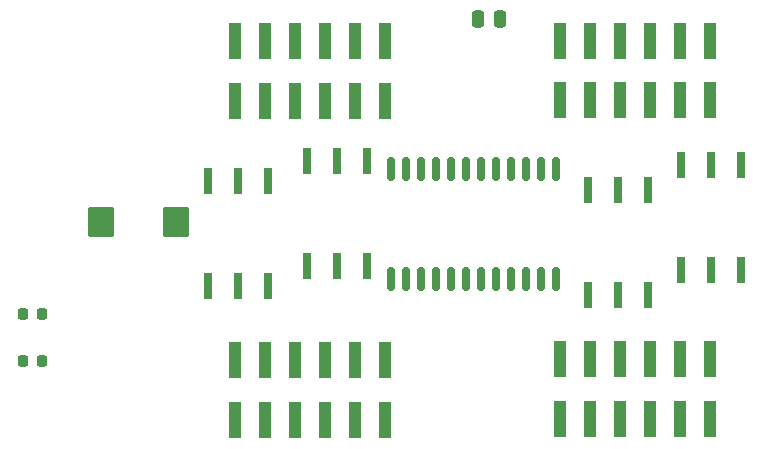
<source format=gbr>
%TF.GenerationSoftware,KiCad,Pcbnew,7.0.7*%
%TF.CreationDate,2024-12-12T20:18:20-05:00*%
%TF.ProjectId,design-files_CB,64657369-676e-42d6-9669-6c65735f4342,rev?*%
%TF.SameCoordinates,Original*%
%TF.FileFunction,Paste,Top*%
%TF.FilePolarity,Positive*%
%FSLAX46Y46*%
G04 Gerber Fmt 4.6, Leading zero omitted, Abs format (unit mm)*
G04 Created by KiCad (PCBNEW 7.0.7) date 2024-12-12 20:18:20*
%MOMM*%
%LPD*%
G01*
G04 APERTURE LIST*
G04 Aperture macros list*
%AMRoundRect*
0 Rectangle with rounded corners*
0 $1 Rounding radius*
0 $2 $3 $4 $5 $6 $7 $8 $9 X,Y pos of 4 corners*
0 Add a 4 corners polygon primitive as box body*
4,1,4,$2,$3,$4,$5,$6,$7,$8,$9,$2,$3,0*
0 Add four circle primitives for the rounded corners*
1,1,$1+$1,$2,$3*
1,1,$1+$1,$4,$5*
1,1,$1+$1,$6,$7*
1,1,$1+$1,$8,$9*
0 Add four rect primitives between the rounded corners*
20,1,$1+$1,$2,$3,$4,$5,0*
20,1,$1+$1,$4,$5,$6,$7,0*
20,1,$1+$1,$6,$7,$8,$9,0*
20,1,$1+$1,$8,$9,$2,$3,0*%
G04 Aperture macros list end*
%ADD10RoundRect,0.250000X0.250000X0.475000X-0.250000X0.475000X-0.250000X-0.475000X0.250000X-0.475000X0*%
%ADD11R,0.650000X2.200000*%
%ADD12R,1.000000X3.150000*%
%ADD13RoundRect,0.150000X0.150000X-0.875000X0.150000X0.875000X-0.150000X0.875000X-0.150000X-0.875000X0*%
%ADD14RoundRect,0.218750X0.218750X0.256250X-0.218750X0.256250X-0.218750X-0.256250X0.218750X-0.256250X0*%
%ADD15RoundRect,0.250000X0.875000X1.025000X-0.875000X1.025000X-0.875000X-1.025000X0.875000X-1.025000X0*%
G04 APERTURE END LIST*
D10*
%TO.C,C5*%
X61570000Y-25050000D03*
X59670000Y-25050000D03*
%TD*%
D11*
%TO.C,U8*%
X74100000Y-39550000D03*
X71560000Y-39550000D03*
X69020000Y-39550000D03*
X69020000Y-48450000D03*
X71560000Y-48450000D03*
X74100000Y-48450000D03*
%TD*%
D12*
%TO.C,J2*%
X39130000Y-58990000D03*
X39130000Y-53940000D03*
X41670000Y-58990000D03*
X41670000Y-53940000D03*
X44210000Y-58990000D03*
X44210000Y-53940000D03*
X46750000Y-58990000D03*
X46750000Y-53940000D03*
X49290000Y-58990000D03*
X49290000Y-53940000D03*
X51830000Y-58990000D03*
X51830000Y-53940000D03*
%TD*%
%TO.C,J5*%
X66630000Y-31940000D03*
X66630000Y-26890000D03*
X69170000Y-31940000D03*
X69170000Y-26890000D03*
X71710000Y-31940000D03*
X71710000Y-26890000D03*
X74250000Y-31940000D03*
X74250000Y-26890000D03*
X76790000Y-31940000D03*
X76790000Y-26890000D03*
X79330000Y-31940000D03*
X79330000Y-26890000D03*
%TD*%
D13*
%TO.C,U1*%
X52360000Y-47090000D03*
X53630000Y-47090000D03*
X54900000Y-47090000D03*
X56170000Y-47090000D03*
X57440000Y-47090000D03*
X58710000Y-47090000D03*
X59980000Y-47090000D03*
X61250000Y-47090000D03*
X62520000Y-47090000D03*
X63790000Y-47090000D03*
X65060000Y-47090000D03*
X66330000Y-47090000D03*
X66330000Y-37790000D03*
X65060000Y-37790000D03*
X63790000Y-37790000D03*
X62520000Y-37790000D03*
X61250000Y-37790000D03*
X59980000Y-37790000D03*
X58710000Y-37790000D03*
X57440000Y-37790000D03*
X56170000Y-37790000D03*
X54900000Y-37790000D03*
X53630000Y-37790000D03*
X52360000Y-37790000D03*
%TD*%
D11*
%TO.C,U9*%
X76880000Y-46290000D03*
X79420000Y-46290000D03*
X81960000Y-46290000D03*
X81960000Y-37390000D03*
X79420000Y-37390000D03*
X76880000Y-37390000D03*
%TD*%
D12*
%TO.C,J3*%
X39130000Y-31990000D03*
X39130000Y-26940000D03*
X41670000Y-31990000D03*
X41670000Y-26940000D03*
X44210000Y-31990000D03*
X44210000Y-26940000D03*
X46750000Y-31990000D03*
X46750000Y-26940000D03*
X49290000Y-31990000D03*
X49290000Y-26940000D03*
X51830000Y-31990000D03*
X51830000Y-26940000D03*
%TD*%
D11*
%TO.C,U6*%
X45230000Y-45970000D03*
X47770000Y-45970000D03*
X50310000Y-45970000D03*
X50310000Y-37070000D03*
X47770000Y-37070000D03*
X45230000Y-37070000D03*
%TD*%
D14*
%TO.C,D17*%
X22787500Y-54000000D03*
X21212500Y-54000000D03*
%TD*%
D12*
%TO.C,J4*%
X66630000Y-58940000D03*
X66630000Y-53890000D03*
X69170000Y-58940000D03*
X69170000Y-53890000D03*
X71710000Y-58940000D03*
X71710000Y-53890000D03*
X74250000Y-58940000D03*
X74250000Y-53890000D03*
X76790000Y-58940000D03*
X76790000Y-53890000D03*
X79330000Y-58940000D03*
X79330000Y-53890000D03*
%TD*%
D11*
%TO.C,U5*%
X41910000Y-38800000D03*
X39370000Y-38800000D03*
X36830000Y-38800000D03*
X36830000Y-47700000D03*
X39370000Y-47700000D03*
X41910000Y-47700000D03*
%TD*%
D15*
%TO.C,C1*%
X34170000Y-42210000D03*
X27770000Y-42210000D03*
%TD*%
D14*
%TO.C,D18*%
X22787500Y-50000000D03*
X21212500Y-50000000D03*
%TD*%
M02*

</source>
